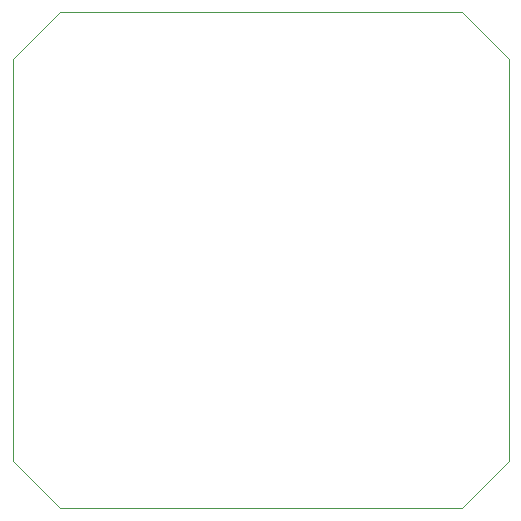
<source format=gbr>
%TF.GenerationSoftware,KiCad,Pcbnew,8.0.8*%
%TF.CreationDate,2025-02-17T01:58:26-08:00*%
%TF.ProjectId,Integrated FOC Stepper Driver,496e7465-6772-4617-9465-6420464f4320,rev?*%
%TF.SameCoordinates,Original*%
%TF.FileFunction,Profile,NP*%
%FSLAX46Y46*%
G04 Gerber Fmt 4.6, Leading zero omitted, Abs format (unit mm)*
G04 Created by KiCad (PCBNEW 8.0.8) date 2025-02-17 01:58:26*
%MOMM*%
%LPD*%
G01*
G04 APERTURE LIST*
%TA.AperFunction,Profile*%
%ADD10C,0.050000*%
%TD*%
G04 APERTURE END LIST*
D10*
X29000000Y-33000000D02*
X29000000Y-67000000D01*
X67000000Y-29000000D02*
X33000000Y-29000000D01*
X71000000Y-33000000D02*
X71000000Y-67000000D01*
X67000000Y-71000000D02*
X71000000Y-67000000D01*
X67000000Y-71000000D02*
X33000000Y-71000000D01*
X33000000Y-29000000D02*
X29000000Y-33000000D01*
X33000000Y-71000000D02*
X29000000Y-67000000D01*
X67000000Y-29000000D02*
X71000000Y-33000000D01*
M02*

</source>
